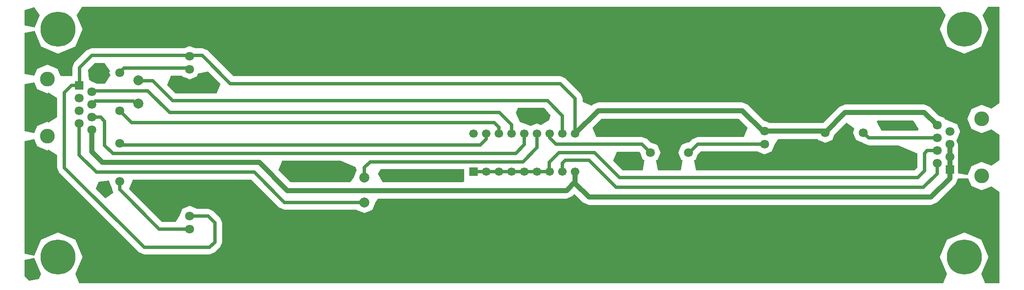
<source format=gbl>
%FSLAX24Y24*%
%MOIN*%
G70*
G01*
G75*
G04 Layer_Physical_Order=2*
G04 Layer_Color=16711680*
%ADD10C,0.0276*%
%ADD11C,0.0394*%
%ADD12R,0.0669X0.0669*%
%ADD13C,0.0669*%
%ADD14C,0.2756*%
%ADD15C,0.0709*%
%ADD16R,0.0709X0.0709*%
%ADD17C,0.1161*%
%ADD18C,0.0787*%
G36*
X48500Y10289D02*
X48689Y9832D01*
X48689Y9832D01*
X48689Y9832D01*
X48735Y9723D01*
X48852Y9674D01*
X48698Y8902D01*
X47109D01*
X46368Y9642D01*
X46670Y10370D01*
X48419D01*
X48500Y10289D01*
D02*
G37*
G36*
X26091Y9166D02*
X26189Y8929D01*
D01*
Y8929D01*
D01*
D01*
X25939Y8327D01*
D01*
D01*
D01*
X25939D01*
Y8327D01*
X25682Y7942D01*
X20993D01*
X20012Y8924D01*
X20313Y9651D01*
X24920D01*
X26091Y9166D01*
D02*
G37*
G36*
X65315Y12268D02*
X65393Y12151D01*
X65277Y11870D01*
X65514Y11298D01*
X66080Y11063D01*
X66111Y11032D01*
X66230Y10983D01*
X66518Y10864D01*
X68835D01*
X70350Y10236D01*
Y9106D01*
X70146Y8902D01*
X52916D01*
X52763Y9674D01*
X52880Y9723D01*
X53061Y10161D01*
X53280Y10379D01*
X57732D01*
X58188Y10190D01*
D01*
X58297Y10145D01*
X58870Y10382D01*
X58915Y10492D01*
D01*
X59107Y10955D01*
X59107Y10955D01*
X59107Y10955D01*
X59364Y11339D01*
X62497D01*
X62514Y11298D01*
X62871Y11150D01*
X63087Y11060D01*
Y11060D01*
X63087Y11060D01*
Y11060D01*
X63659Y11298D01*
X63830Y11709D01*
X64760Y12639D01*
X65315Y12268D01*
D02*
G37*
G36*
X34662Y8067D02*
D01*
Y8067D01*
X34537Y7942D01*
X28211D01*
X27840Y8637D01*
X28077Y8992D01*
X34662D01*
Y8067D01*
D02*
G37*
G36*
X1016Y10798D02*
X1807Y10470D01*
X1920Y10517D01*
X2574Y10079D01*
Y9104D01*
X2743Y8698D01*
X9032Y2408D01*
X9439Y2240D01*
X14587D01*
X14994Y2408D01*
X15417Y2831D01*
X15585Y3238D01*
Y4754D01*
X15417Y5161D01*
X14885Y5692D01*
X14479Y5861D01*
X13588D01*
X13131Y6050D01*
Y6050D01*
D01*
D01*
X13131Y6050D01*
D01*
X13022Y6095D01*
D01*
D01*
D01*
X12449Y5858D01*
Y5858D01*
D01*
D01*
X12404Y5748D01*
D01*
Y5748D01*
D01*
D01*
X12212Y5285D01*
D01*
D01*
D01*
X12212D01*
Y5285D01*
X11913Y4837D01*
X10859D01*
X8258Y7437D01*
X8560Y8165D01*
X17872D01*
X20085Y5951D01*
X20492Y5783D01*
X26178D01*
X26189Y5756D01*
X26703Y5543D01*
Y5543D01*
X26791Y5506D01*
X27394Y5756D01*
X27431Y5844D01*
X27431D01*
X27644Y6358D01*
X27644Y6358D01*
X27644Y6358D01*
X27848Y6664D01*
X42697D01*
X43149Y6851D01*
X43327Y7029D01*
X44017Y6339D01*
X44469Y6152D01*
X71427D01*
X71879Y6339D01*
X73350Y7810D01*
X73537Y8262D01*
X74353D01*
X74607Y7648D01*
X75398Y7320D01*
X76164Y7638D01*
X76818Y7200D01*
Y1D01*
X76818Y1D01*
X76818Y1D01*
X76818Y0D01*
X75686D01*
X75392Y711D01*
X75953Y2067D01*
X75392Y3423D01*
X74036Y3985D01*
X72680Y3423D01*
X72118Y2067D01*
X72680Y711D01*
Y711D01*
Y711D01*
X72385Y0D01*
X4308D01*
X4014Y711D01*
X4575Y2067D01*
X4014Y3423D01*
X2658Y3985D01*
X1302Y3423D01*
X775Y2152D01*
X3Y2306D01*
X15Y11196D01*
X788Y11350D01*
X1016Y10798D01*
D02*
G37*
G36*
X1302Y711D02*
Y711D01*
Y711D01*
X1147Y337D01*
X374Y183D01*
X1Y557D01*
X2Y1830D01*
X775Y1983D01*
X1302Y711D01*
D02*
G37*
G36*
X6690Y8008D02*
X6690Y8008D01*
X6690D01*
X6925Y7442D01*
Y7382D01*
X7029Y7131D01*
X6374Y6694D01*
X5630Y7437D01*
X5862Y7997D01*
X6646Y8075D01*
X6690Y8008D01*
D02*
G37*
G36*
X56996Y12257D02*
X56695Y11530D01*
X53041D01*
X52635Y11362D01*
X52357Y11084D01*
X52307Y11105D01*
X51827Y10906D01*
X51735Y10868D01*
X51735Y10868D01*
X51735Y10868D01*
X51498Y10295D01*
X51735Y9723D01*
X51852Y9674D01*
X51698Y8902D01*
X49916D01*
X49763Y9674D01*
X49880Y9723D01*
X50072Y10186D01*
X50072D01*
D01*
D01*
X50072Y10186D01*
D01*
D01*
X50117Y10295D01*
D01*
D01*
D01*
X49880Y10868D01*
X49880D01*
D01*
D01*
X49770Y10913D01*
X49770Y10913D01*
D01*
D01*
X49770D01*
D01*
D01*
D01*
D01*
Y10913D01*
X49314Y11102D01*
X49064Y11352D01*
X48658Y11520D01*
X45048D01*
X44746Y12248D01*
X45462Y12963D01*
X56291D01*
X56996Y12257D01*
D02*
G37*
G36*
X15463Y15693D02*
X15161Y14965D01*
X11912D01*
X11241Y15636D01*
X11542Y16364D01*
X12418D01*
X12449Y16288D01*
X12803Y16141D01*
X13022Y16051D01*
Y16051D01*
X13022Y16051D01*
Y16051D01*
X13594Y16288D01*
X13696Y16533D01*
X14468Y16687D01*
X15463Y15693D01*
D02*
G37*
G36*
X76818Y14178D02*
X76164Y13740D01*
X75398Y14058D01*
X74607Y13730D01*
X74279Y12939D01*
X74607Y12148D01*
X75398Y11820D01*
X76164Y12138D01*
X76818Y11700D01*
Y9678D01*
X76164Y9240D01*
X75398Y9558D01*
X74607Y9230D01*
X74309Y8512D01*
X73537Y8665D01*
Y8939D01*
Y9939D01*
Y10939D01*
X73415Y11233D01*
X73470Y11366D01*
X73470Y11366D01*
X73470Y11366D01*
X73707Y11939D01*
X73470Y12511D01*
X72898Y12749D01*
X72898Y12749D01*
X72898Y12749D01*
X72513Y12908D01*
X72470Y13011D01*
X72059Y13182D01*
X71344Y13897D01*
X70892Y14084D01*
X64662D01*
X64210Y13897D01*
X62930Y12618D01*
X58709D01*
X58297Y12788D01*
X58281Y12781D01*
X57007Y14054D01*
X56555Y14242D01*
X45197D01*
X44877Y14109D01*
X44745Y14054D01*
X44693Y14002D01*
X43965Y14303D01*
Y14563D01*
X43797Y14970D01*
X42622Y16145D01*
X42215Y16313D01*
X16469D01*
X14433Y18350D01*
X14026Y18518D01*
X13445D01*
X13022Y18694D01*
X12599Y18518D01*
X5305D01*
X4898Y18350D01*
X3954Y17405D01*
X3785Y16998D01*
Y16337D01*
X3559D01*
Y16337D01*
X2924D01*
X2802Y16387D01*
X2598Y16880D01*
X1807Y17207D01*
X1016Y16880D01*
X795Y16345D01*
X22Y16499D01*
X27Y19724D01*
X799Y19877D01*
X1302Y18664D01*
X2658Y18102D01*
X4014Y18664D01*
X4575Y20020D01*
X4113Y21135D01*
X4551Y21790D01*
X72143D01*
X72580Y21135D01*
X72118Y20020D01*
X72680Y18664D01*
X74036Y18102D01*
X75392Y18664D01*
X75953Y20020D01*
X75491Y21135D01*
X75929Y21790D01*
X76818D01*
Y14178D01*
D02*
G37*
G36*
X1202Y21135D02*
X800Y20164D01*
X28Y20318D01*
X29Y21534D01*
X783Y21763D01*
X1202Y21135D01*
D02*
G37*
G36*
X6739Y16713D02*
X6690Y16596D01*
X6777Y16387D01*
X6340Y15733D01*
X5707D01*
X5307Y15898D01*
X5307Y15898D01*
X5307Y15898D01*
X5084Y16047D01*
X5007Y16831D01*
X5544Y17368D01*
X6301D01*
X6739Y16713D01*
D02*
G37*
G36*
X70446Y12151D02*
X70390Y12014D01*
X67524D01*
X67153Y12709D01*
X67218Y12806D01*
X70009D01*
X70446Y12151D01*
D02*
G37*
G36*
X41434Y13206D02*
X41362Y12840D01*
X40667Y12469D01*
X40390Y12584D01*
X39890Y12377D01*
X39390Y12584D01*
X39390Y12584D01*
X39390Y12584D01*
X39055Y12695D01*
X38727Y13411D01*
X38894Y13814D01*
X40935D01*
X41434Y13206D01*
D02*
G37*
G36*
X1016Y15298D02*
X1807Y14970D01*
X1920Y15017D01*
X2574Y14579D01*
Y13098D01*
X1920Y12661D01*
X1807Y12707D01*
X1016Y12380D01*
X788Y11830D01*
X16Y11984D01*
X21Y15682D01*
X794Y15835D01*
X1016Y15298D01*
D02*
G37*
D10*
X26791Y8327D02*
Y9114D01*
X13022Y5285D02*
X14479D01*
X37390Y11795D02*
Y12295D01*
X37028Y12657D02*
X37390Y12295D01*
X8439Y12657D02*
X37028D01*
X7500Y13596D02*
X8439Y12657D01*
X37421Y13445D02*
X38390Y12476D01*
Y11795D02*
Y12476D01*
X58179Y11978D02*
X58297D01*
X53041Y10955D02*
X58297D01*
X52419Y10333D02*
X53041Y10955D01*
X41390Y11445D02*
Y11795D01*
X43390Y7996D02*
Y8795D01*
X42390Y11795D02*
Y13201D01*
X43390Y11795D02*
Y14563D01*
X41358Y9114D02*
Y9508D01*
X40390Y8795D02*
X41390D01*
X39390D02*
X40390D01*
X38390D02*
X39390D01*
X35390D02*
X36390D01*
X37390D02*
X38390D01*
X36390D02*
X37390D01*
X11437Y13445D02*
X37421D01*
X5307Y13089D02*
X6006D01*
X6329Y10866D02*
Y12766D01*
X6006Y13089D02*
X6329Y12766D01*
X3150Y15020D02*
X3719Y15589D01*
X4307D01*
X8996Y15965D02*
X10099D01*
X8799Y14154D02*
X8937D01*
X5307Y14089D02*
X5589Y14370D01*
X8583D01*
X8799Y14154D01*
X5307Y15089D02*
X5376Y15157D01*
X9725D01*
X11437Y13445D01*
X10099Y15965D02*
X11673Y14390D01*
X41201D01*
X42390Y13201D01*
X7500Y11006D02*
X7611Y10896D01*
X35916D01*
X36390Y11370D01*
Y11795D01*
X14587Y2815D02*
X15010Y3238D01*
Y4754D01*
X14479Y5285D02*
X15010Y4754D01*
X20492Y6358D02*
X26791D01*
X18110Y8740D02*
X20492Y6358D01*
X5669Y8740D02*
X18110D01*
X4307Y10102D02*
X5669Y8740D01*
X4307Y10102D02*
Y12589D01*
X6329Y10866D02*
X6969Y10226D01*
X38711D01*
X39390Y10906D01*
Y11795D01*
X26791Y9114D02*
X27244Y9567D01*
X39282D01*
X40390Y10675D01*
Y11795D01*
X41358Y9508D02*
X42126Y10276D01*
X44921D01*
X46870Y8327D01*
X41390Y11445D02*
X41890Y10945D01*
X48658D01*
X49307Y10295D01*
X42390Y8795D02*
Y9467D01*
X42618Y9695D01*
X44469D01*
X46624Y7539D01*
X70827D01*
X71898Y8610D01*
Y9439D01*
X66087Y11870D02*
X66518Y11439D01*
X71898D01*
X7500Y16596D02*
X7843Y16939D01*
X12943D01*
X13022Y16860D01*
X5305Y17943D02*
X12963D01*
X13022Y17884D01*
X13081Y17943D01*
X14026D01*
X46870Y8327D02*
X70384D01*
X70925Y8868D01*
Y10236D01*
X71128Y10439D01*
X71898D01*
X3150Y9104D02*
Y15020D01*
Y9104D02*
X9439Y2815D01*
X14587D01*
X4360Y15718D02*
Y16998D01*
X5305Y17943D01*
X7500Y7382D02*
Y8008D01*
Y7382D02*
X10620Y4262D01*
X13022D01*
X62979Y11978D02*
X63087Y11870D01*
X14026Y17943D02*
X16230Y15738D01*
X42215D01*
X43390Y14563D01*
D11*
Y7870D02*
Y8795D01*
X70892Y13445D02*
X71898Y12439D01*
X64662Y13445D02*
X70892D01*
X63087Y11870D02*
X64662Y13445D01*
X5307Y10362D02*
Y12089D01*
Y10362D02*
X6152Y9518D01*
X18514D01*
X43390Y7870D02*
X44469Y6791D01*
X43390Y11795D02*
X45197Y13602D01*
X56555D01*
X58179Y11978D01*
X44469Y6791D02*
X71427D01*
X72898Y8262D01*
Y8939D01*
Y9939D01*
Y10939D01*
X58297Y11978D02*
X62979D01*
X18514Y9518D02*
X20728Y7303D01*
X42697D01*
X43390Y7996D01*
D12*
X35390Y8795D02*
D03*
D13*
X36390D02*
D03*
X37390D02*
D03*
X38390D02*
D03*
X39390D02*
D03*
X40390D02*
D03*
X41390D02*
D03*
X42390D02*
D03*
X43390D02*
D03*
X35390Y11795D02*
D03*
X36390D02*
D03*
X37390D02*
D03*
X38390D02*
D03*
X39390D02*
D03*
X40390D02*
D03*
X41390D02*
D03*
X42390D02*
D03*
X43390D02*
D03*
D14*
X74036Y2067D02*
D03*
Y20020D02*
D03*
X2658D02*
D03*
Y2067D02*
D03*
D15*
X5307Y12089D02*
D03*
Y15089D02*
D03*
X4307Y12589D02*
D03*
X5307Y13089D02*
D03*
Y14089D02*
D03*
X4307Y13589D02*
D03*
Y14589D02*
D03*
X7500Y11008D02*
D03*
Y8008D02*
D03*
Y13596D02*
D03*
Y16596D02*
D03*
X58297Y10955D02*
D03*
Y11978D02*
D03*
X13022Y4262D02*
D03*
Y5285D02*
D03*
X13022Y16860D02*
D03*
Y17884D02*
D03*
X71898Y12439D02*
D03*
Y9439D02*
D03*
X72898Y11939D02*
D03*
X71898Y11439D02*
D03*
Y10439D02*
D03*
X72898Y10939D02*
D03*
Y9939D02*
D03*
X52307Y10295D02*
D03*
X49307D02*
D03*
X63087Y11870D02*
D03*
X66087D02*
D03*
D16*
X4307Y15589D02*
D03*
X72898Y8939D02*
D03*
D17*
X1807Y16089D02*
D03*
Y11589D02*
D03*
X75398Y8439D02*
D03*
Y12939D02*
D03*
D18*
X26791Y6358D02*
D03*
Y8327D02*
D03*
X8996Y15984D02*
D03*
Y14154D02*
D03*
M02*

</source>
